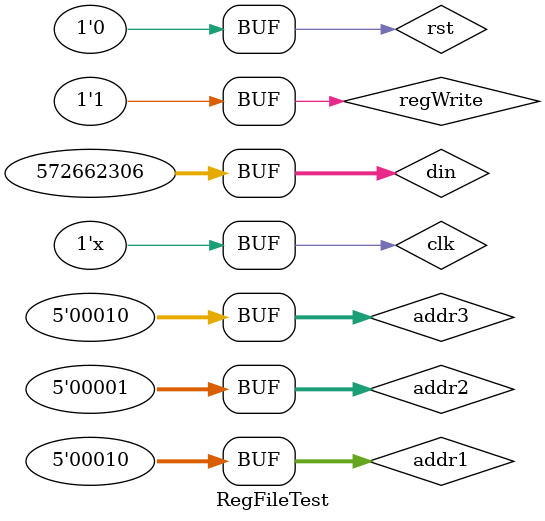
<source format=v>
`timescale 1ns/1ps

module RegFileTest;
    reg           clk;
    reg           rst;
    reg    [ 4:0] addr1;
    reg    [ 4:0] addr2;
    reg    [ 4:0] addr3;
    reg    [31:0] din;
    reg           regWrite;
    wire   [31:0] dout1;
    wire   [31:0] dout2;

    RegFile U1
    (
        .clk(clk),
        .rst(rst),
        .addr1(addr1),
        .addr2(addr2),
        .addr3(addr3),
        .din(din),
        .regWrite(regWrite),
        .dout1(dout1),
        .dout2(dout2)
    );

    initial
    begin
        clk = 1;
        rst = 1'b1;
        #100
        rst = 1'b0;
        
        #100
        addr3 = 0;
        din = 32'h1234_5678;
        regWrite = 1'b1;
        
        #100
        addr3 = 1;
        din = 32'h1111_1111;
        regWrite = 1'b1;

        #100;
        addr1 = 0;
        addr2 = 1;
        regWrite = 1'b0;
        // expect: 32'h0000_0000 32'h1111_1111

        #100
        addr1 = 2;
        addr3 = 2;
        din = 32'h2222_2222;
        regWrite = 1;
        // expect: 32'h2222_2222
    end
    
    always
    begin
        #10
        clk = ~clk;
    end

endmodule

</source>
